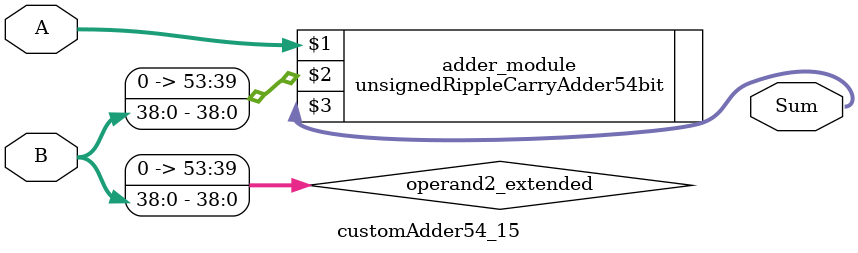
<source format=v>
module customAdder54_15(
                        input [53 : 0] A,
                        input [38 : 0] B,
                        
                        output [54 : 0] Sum
                );

        wire [53 : 0] operand2_extended;
        
        assign operand2_extended =  {15'b0, B};
        
        unsignedRippleCarryAdder54bit adder_module(
            A,
            operand2_extended,
            Sum
        );
        
        endmodule
        
</source>
